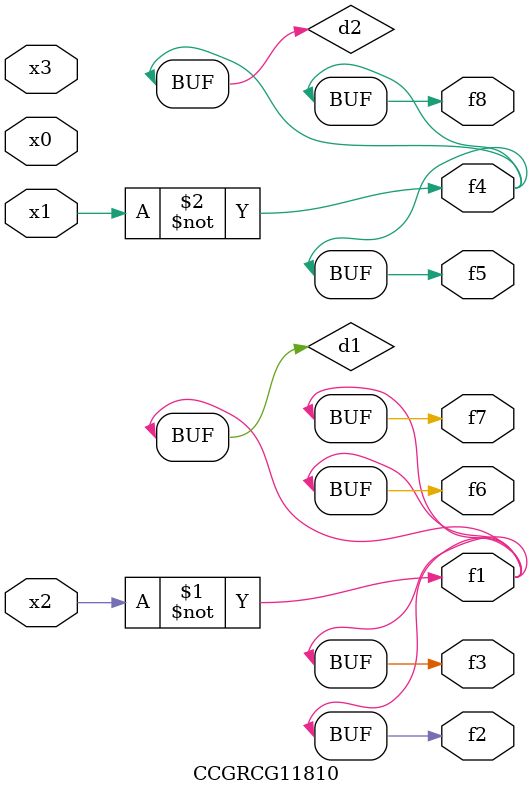
<source format=v>
module CCGRCG11810(
	input x0, x1, x2, x3,
	output f1, f2, f3, f4, f5, f6, f7, f8
);

	wire d1, d2;

	xnor (d1, x2);
	not (d2, x1);
	assign f1 = d1;
	assign f2 = d1;
	assign f3 = d1;
	assign f4 = d2;
	assign f5 = d2;
	assign f6 = d1;
	assign f7 = d1;
	assign f8 = d2;
endmodule

</source>
